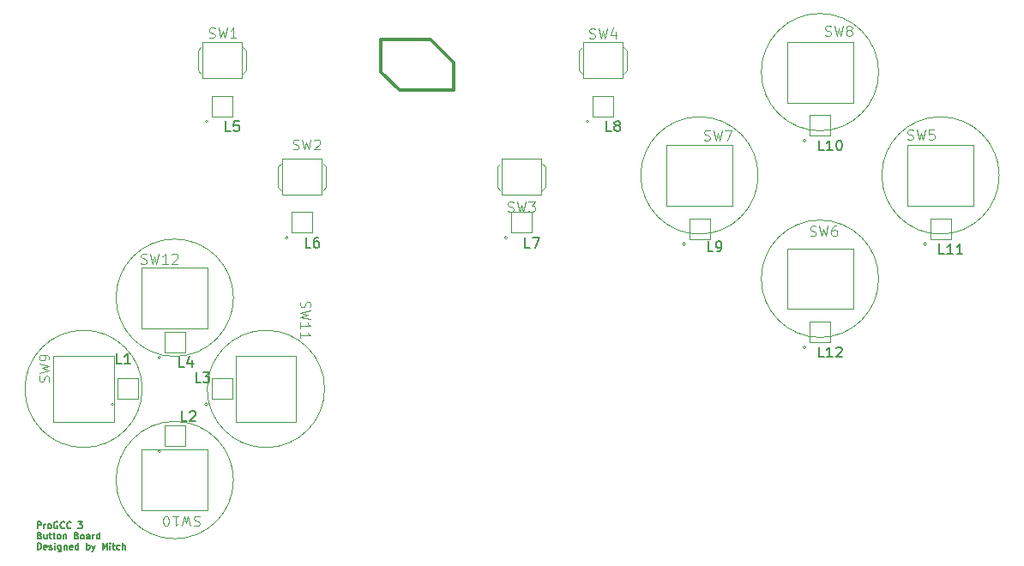
<source format=gbr>
G04 #@! TF.GenerationSoftware,KiCad,Pcbnew,7.0.6*
G04 #@! TF.CreationDate,2023-09-27T17:44:09-07:00*
G04 #@! TF.ProjectId,procon_tactile_button_board,70726f63-6f6e-45f7-9461-6374696c655f,rev?*
G04 #@! TF.SameCoordinates,Original*
G04 #@! TF.FileFunction,Legend,Top*
G04 #@! TF.FilePolarity,Positive*
%FSLAX46Y46*%
G04 Gerber Fmt 4.6, Leading zero omitted, Abs format (unit mm)*
G04 Created by KiCad (PCBNEW 7.0.6) date 2023-09-27 17:44:09*
%MOMM*%
%LPD*%
G01*
G04 APERTURE LIST*
%ADD10C,0.150000*%
%ADD11C,0.100000*%
%ADD12C,0.120000*%
%ADD13C,0.350000*%
G04 APERTURE END LIST*
D10*
X105917445Y-164189652D02*
X105917445Y-163539652D01*
X105917445Y-163539652D02*
X106165064Y-163539652D01*
X106165064Y-163539652D02*
X106226969Y-163570604D01*
X106226969Y-163570604D02*
X106257922Y-163601557D01*
X106257922Y-163601557D02*
X106288874Y-163663461D01*
X106288874Y-163663461D02*
X106288874Y-163756319D01*
X106288874Y-163756319D02*
X106257922Y-163818223D01*
X106257922Y-163818223D02*
X106226969Y-163849176D01*
X106226969Y-163849176D02*
X106165064Y-163880128D01*
X106165064Y-163880128D02*
X105917445Y-163880128D01*
X106567445Y-164189652D02*
X106567445Y-163756319D01*
X106567445Y-163880128D02*
X106598398Y-163818223D01*
X106598398Y-163818223D02*
X106629350Y-163787271D01*
X106629350Y-163787271D02*
X106691255Y-163756319D01*
X106691255Y-163756319D02*
X106753160Y-163756319D01*
X107062684Y-164189652D02*
X107000779Y-164158700D01*
X107000779Y-164158700D02*
X106969826Y-164127747D01*
X106969826Y-164127747D02*
X106938874Y-164065842D01*
X106938874Y-164065842D02*
X106938874Y-163880128D01*
X106938874Y-163880128D02*
X106969826Y-163818223D01*
X106969826Y-163818223D02*
X107000779Y-163787271D01*
X107000779Y-163787271D02*
X107062684Y-163756319D01*
X107062684Y-163756319D02*
X107155541Y-163756319D01*
X107155541Y-163756319D02*
X107217445Y-163787271D01*
X107217445Y-163787271D02*
X107248398Y-163818223D01*
X107248398Y-163818223D02*
X107279350Y-163880128D01*
X107279350Y-163880128D02*
X107279350Y-164065842D01*
X107279350Y-164065842D02*
X107248398Y-164127747D01*
X107248398Y-164127747D02*
X107217445Y-164158700D01*
X107217445Y-164158700D02*
X107155541Y-164189652D01*
X107155541Y-164189652D02*
X107062684Y-164189652D01*
X107898398Y-163570604D02*
X107836493Y-163539652D01*
X107836493Y-163539652D02*
X107743636Y-163539652D01*
X107743636Y-163539652D02*
X107650779Y-163570604D01*
X107650779Y-163570604D02*
X107588874Y-163632509D01*
X107588874Y-163632509D02*
X107557921Y-163694414D01*
X107557921Y-163694414D02*
X107526969Y-163818223D01*
X107526969Y-163818223D02*
X107526969Y-163911080D01*
X107526969Y-163911080D02*
X107557921Y-164034890D01*
X107557921Y-164034890D02*
X107588874Y-164096795D01*
X107588874Y-164096795D02*
X107650779Y-164158700D01*
X107650779Y-164158700D02*
X107743636Y-164189652D01*
X107743636Y-164189652D02*
X107805540Y-164189652D01*
X107805540Y-164189652D02*
X107898398Y-164158700D01*
X107898398Y-164158700D02*
X107929350Y-164127747D01*
X107929350Y-164127747D02*
X107929350Y-163911080D01*
X107929350Y-163911080D02*
X107805540Y-163911080D01*
X108579350Y-164127747D02*
X108548398Y-164158700D01*
X108548398Y-164158700D02*
X108455540Y-164189652D01*
X108455540Y-164189652D02*
X108393636Y-164189652D01*
X108393636Y-164189652D02*
X108300779Y-164158700D01*
X108300779Y-164158700D02*
X108238874Y-164096795D01*
X108238874Y-164096795D02*
X108207921Y-164034890D01*
X108207921Y-164034890D02*
X108176969Y-163911080D01*
X108176969Y-163911080D02*
X108176969Y-163818223D01*
X108176969Y-163818223D02*
X108207921Y-163694414D01*
X108207921Y-163694414D02*
X108238874Y-163632509D01*
X108238874Y-163632509D02*
X108300779Y-163570604D01*
X108300779Y-163570604D02*
X108393636Y-163539652D01*
X108393636Y-163539652D02*
X108455540Y-163539652D01*
X108455540Y-163539652D02*
X108548398Y-163570604D01*
X108548398Y-163570604D02*
X108579350Y-163601557D01*
X109229350Y-164127747D02*
X109198398Y-164158700D01*
X109198398Y-164158700D02*
X109105540Y-164189652D01*
X109105540Y-164189652D02*
X109043636Y-164189652D01*
X109043636Y-164189652D02*
X108950779Y-164158700D01*
X108950779Y-164158700D02*
X108888874Y-164096795D01*
X108888874Y-164096795D02*
X108857921Y-164034890D01*
X108857921Y-164034890D02*
X108826969Y-163911080D01*
X108826969Y-163911080D02*
X108826969Y-163818223D01*
X108826969Y-163818223D02*
X108857921Y-163694414D01*
X108857921Y-163694414D02*
X108888874Y-163632509D01*
X108888874Y-163632509D02*
X108950779Y-163570604D01*
X108950779Y-163570604D02*
X109043636Y-163539652D01*
X109043636Y-163539652D02*
X109105540Y-163539652D01*
X109105540Y-163539652D02*
X109198398Y-163570604D01*
X109198398Y-163570604D02*
X109229350Y-163601557D01*
X109941255Y-163539652D02*
X110343636Y-163539652D01*
X110343636Y-163539652D02*
X110126969Y-163787271D01*
X110126969Y-163787271D02*
X110219826Y-163787271D01*
X110219826Y-163787271D02*
X110281731Y-163818223D01*
X110281731Y-163818223D02*
X110312683Y-163849176D01*
X110312683Y-163849176D02*
X110343636Y-163911080D01*
X110343636Y-163911080D02*
X110343636Y-164065842D01*
X110343636Y-164065842D02*
X110312683Y-164127747D01*
X110312683Y-164127747D02*
X110281731Y-164158700D01*
X110281731Y-164158700D02*
X110219826Y-164189652D01*
X110219826Y-164189652D02*
X110034112Y-164189652D01*
X110034112Y-164189652D02*
X109972207Y-164158700D01*
X109972207Y-164158700D02*
X109941255Y-164127747D01*
X106134112Y-164895676D02*
X106226969Y-164926628D01*
X106226969Y-164926628D02*
X106257922Y-164957580D01*
X106257922Y-164957580D02*
X106288874Y-165019485D01*
X106288874Y-165019485D02*
X106288874Y-165112342D01*
X106288874Y-165112342D02*
X106257922Y-165174247D01*
X106257922Y-165174247D02*
X106226969Y-165205200D01*
X106226969Y-165205200D02*
X106165064Y-165236152D01*
X106165064Y-165236152D02*
X105917445Y-165236152D01*
X105917445Y-165236152D02*
X105917445Y-164586152D01*
X105917445Y-164586152D02*
X106134112Y-164586152D01*
X106134112Y-164586152D02*
X106196017Y-164617104D01*
X106196017Y-164617104D02*
X106226969Y-164648057D01*
X106226969Y-164648057D02*
X106257922Y-164709961D01*
X106257922Y-164709961D02*
X106257922Y-164771866D01*
X106257922Y-164771866D02*
X106226969Y-164833771D01*
X106226969Y-164833771D02*
X106196017Y-164864723D01*
X106196017Y-164864723D02*
X106134112Y-164895676D01*
X106134112Y-164895676D02*
X105917445Y-164895676D01*
X106846017Y-164802819D02*
X106846017Y-165236152D01*
X106567445Y-164802819D02*
X106567445Y-165143295D01*
X106567445Y-165143295D02*
X106598398Y-165205200D01*
X106598398Y-165205200D02*
X106660303Y-165236152D01*
X106660303Y-165236152D02*
X106753160Y-165236152D01*
X106753160Y-165236152D02*
X106815064Y-165205200D01*
X106815064Y-165205200D02*
X106846017Y-165174247D01*
X107062683Y-164802819D02*
X107310302Y-164802819D01*
X107155540Y-164586152D02*
X107155540Y-165143295D01*
X107155540Y-165143295D02*
X107186493Y-165205200D01*
X107186493Y-165205200D02*
X107248398Y-165236152D01*
X107248398Y-165236152D02*
X107310302Y-165236152D01*
X107434112Y-164802819D02*
X107681731Y-164802819D01*
X107526969Y-164586152D02*
X107526969Y-165143295D01*
X107526969Y-165143295D02*
X107557922Y-165205200D01*
X107557922Y-165205200D02*
X107619827Y-165236152D01*
X107619827Y-165236152D02*
X107681731Y-165236152D01*
X107991256Y-165236152D02*
X107929351Y-165205200D01*
X107929351Y-165205200D02*
X107898398Y-165174247D01*
X107898398Y-165174247D02*
X107867446Y-165112342D01*
X107867446Y-165112342D02*
X107867446Y-164926628D01*
X107867446Y-164926628D02*
X107898398Y-164864723D01*
X107898398Y-164864723D02*
X107929351Y-164833771D01*
X107929351Y-164833771D02*
X107991256Y-164802819D01*
X107991256Y-164802819D02*
X108084113Y-164802819D01*
X108084113Y-164802819D02*
X108146017Y-164833771D01*
X108146017Y-164833771D02*
X108176970Y-164864723D01*
X108176970Y-164864723D02*
X108207922Y-164926628D01*
X108207922Y-164926628D02*
X108207922Y-165112342D01*
X108207922Y-165112342D02*
X108176970Y-165174247D01*
X108176970Y-165174247D02*
X108146017Y-165205200D01*
X108146017Y-165205200D02*
X108084113Y-165236152D01*
X108084113Y-165236152D02*
X107991256Y-165236152D01*
X108486493Y-164802819D02*
X108486493Y-165236152D01*
X108486493Y-164864723D02*
X108517446Y-164833771D01*
X108517446Y-164833771D02*
X108579351Y-164802819D01*
X108579351Y-164802819D02*
X108672208Y-164802819D01*
X108672208Y-164802819D02*
X108734112Y-164833771D01*
X108734112Y-164833771D02*
X108765065Y-164895676D01*
X108765065Y-164895676D02*
X108765065Y-165236152D01*
X109786493Y-164895676D02*
X109879350Y-164926628D01*
X109879350Y-164926628D02*
X109910303Y-164957580D01*
X109910303Y-164957580D02*
X109941255Y-165019485D01*
X109941255Y-165019485D02*
X109941255Y-165112342D01*
X109941255Y-165112342D02*
X109910303Y-165174247D01*
X109910303Y-165174247D02*
X109879350Y-165205200D01*
X109879350Y-165205200D02*
X109817445Y-165236152D01*
X109817445Y-165236152D02*
X109569826Y-165236152D01*
X109569826Y-165236152D02*
X109569826Y-164586152D01*
X109569826Y-164586152D02*
X109786493Y-164586152D01*
X109786493Y-164586152D02*
X109848398Y-164617104D01*
X109848398Y-164617104D02*
X109879350Y-164648057D01*
X109879350Y-164648057D02*
X109910303Y-164709961D01*
X109910303Y-164709961D02*
X109910303Y-164771866D01*
X109910303Y-164771866D02*
X109879350Y-164833771D01*
X109879350Y-164833771D02*
X109848398Y-164864723D01*
X109848398Y-164864723D02*
X109786493Y-164895676D01*
X109786493Y-164895676D02*
X109569826Y-164895676D01*
X110312684Y-165236152D02*
X110250779Y-165205200D01*
X110250779Y-165205200D02*
X110219826Y-165174247D01*
X110219826Y-165174247D02*
X110188874Y-165112342D01*
X110188874Y-165112342D02*
X110188874Y-164926628D01*
X110188874Y-164926628D02*
X110219826Y-164864723D01*
X110219826Y-164864723D02*
X110250779Y-164833771D01*
X110250779Y-164833771D02*
X110312684Y-164802819D01*
X110312684Y-164802819D02*
X110405541Y-164802819D01*
X110405541Y-164802819D02*
X110467445Y-164833771D01*
X110467445Y-164833771D02*
X110498398Y-164864723D01*
X110498398Y-164864723D02*
X110529350Y-164926628D01*
X110529350Y-164926628D02*
X110529350Y-165112342D01*
X110529350Y-165112342D02*
X110498398Y-165174247D01*
X110498398Y-165174247D02*
X110467445Y-165205200D01*
X110467445Y-165205200D02*
X110405541Y-165236152D01*
X110405541Y-165236152D02*
X110312684Y-165236152D01*
X111086493Y-165236152D02*
X111086493Y-164895676D01*
X111086493Y-164895676D02*
X111055540Y-164833771D01*
X111055540Y-164833771D02*
X110993636Y-164802819D01*
X110993636Y-164802819D02*
X110869826Y-164802819D01*
X110869826Y-164802819D02*
X110807921Y-164833771D01*
X111086493Y-165205200D02*
X111024588Y-165236152D01*
X111024588Y-165236152D02*
X110869826Y-165236152D01*
X110869826Y-165236152D02*
X110807921Y-165205200D01*
X110807921Y-165205200D02*
X110776969Y-165143295D01*
X110776969Y-165143295D02*
X110776969Y-165081390D01*
X110776969Y-165081390D02*
X110807921Y-165019485D01*
X110807921Y-165019485D02*
X110869826Y-164988533D01*
X110869826Y-164988533D02*
X111024588Y-164988533D01*
X111024588Y-164988533D02*
X111086493Y-164957580D01*
X111396016Y-165236152D02*
X111396016Y-164802819D01*
X111396016Y-164926628D02*
X111426969Y-164864723D01*
X111426969Y-164864723D02*
X111457921Y-164833771D01*
X111457921Y-164833771D02*
X111519826Y-164802819D01*
X111519826Y-164802819D02*
X111581731Y-164802819D01*
X112076969Y-165236152D02*
X112076969Y-164586152D01*
X112076969Y-165205200D02*
X112015064Y-165236152D01*
X112015064Y-165236152D02*
X111891255Y-165236152D01*
X111891255Y-165236152D02*
X111829350Y-165205200D01*
X111829350Y-165205200D02*
X111798397Y-165174247D01*
X111798397Y-165174247D02*
X111767445Y-165112342D01*
X111767445Y-165112342D02*
X111767445Y-164926628D01*
X111767445Y-164926628D02*
X111798397Y-164864723D01*
X111798397Y-164864723D02*
X111829350Y-164833771D01*
X111829350Y-164833771D02*
X111891255Y-164802819D01*
X111891255Y-164802819D02*
X112015064Y-164802819D01*
X112015064Y-164802819D02*
X112076969Y-164833771D01*
X105917445Y-166282652D02*
X105917445Y-165632652D01*
X105917445Y-165632652D02*
X106072207Y-165632652D01*
X106072207Y-165632652D02*
X106165064Y-165663604D01*
X106165064Y-165663604D02*
X106226969Y-165725509D01*
X106226969Y-165725509D02*
X106257922Y-165787414D01*
X106257922Y-165787414D02*
X106288874Y-165911223D01*
X106288874Y-165911223D02*
X106288874Y-166004080D01*
X106288874Y-166004080D02*
X106257922Y-166127890D01*
X106257922Y-166127890D02*
X106226969Y-166189795D01*
X106226969Y-166189795D02*
X106165064Y-166251700D01*
X106165064Y-166251700D02*
X106072207Y-166282652D01*
X106072207Y-166282652D02*
X105917445Y-166282652D01*
X106815064Y-166251700D02*
X106753160Y-166282652D01*
X106753160Y-166282652D02*
X106629350Y-166282652D01*
X106629350Y-166282652D02*
X106567445Y-166251700D01*
X106567445Y-166251700D02*
X106536493Y-166189795D01*
X106536493Y-166189795D02*
X106536493Y-165942176D01*
X106536493Y-165942176D02*
X106567445Y-165880271D01*
X106567445Y-165880271D02*
X106629350Y-165849319D01*
X106629350Y-165849319D02*
X106753160Y-165849319D01*
X106753160Y-165849319D02*
X106815064Y-165880271D01*
X106815064Y-165880271D02*
X106846017Y-165942176D01*
X106846017Y-165942176D02*
X106846017Y-166004080D01*
X106846017Y-166004080D02*
X106536493Y-166065985D01*
X107093636Y-166251700D02*
X107155541Y-166282652D01*
X107155541Y-166282652D02*
X107279350Y-166282652D01*
X107279350Y-166282652D02*
X107341255Y-166251700D01*
X107341255Y-166251700D02*
X107372207Y-166189795D01*
X107372207Y-166189795D02*
X107372207Y-166158842D01*
X107372207Y-166158842D02*
X107341255Y-166096938D01*
X107341255Y-166096938D02*
X107279350Y-166065985D01*
X107279350Y-166065985D02*
X107186493Y-166065985D01*
X107186493Y-166065985D02*
X107124588Y-166035033D01*
X107124588Y-166035033D02*
X107093636Y-165973128D01*
X107093636Y-165973128D02*
X107093636Y-165942176D01*
X107093636Y-165942176D02*
X107124588Y-165880271D01*
X107124588Y-165880271D02*
X107186493Y-165849319D01*
X107186493Y-165849319D02*
X107279350Y-165849319D01*
X107279350Y-165849319D02*
X107341255Y-165880271D01*
X107650778Y-166282652D02*
X107650778Y-165849319D01*
X107650778Y-165632652D02*
X107619826Y-165663604D01*
X107619826Y-165663604D02*
X107650778Y-165694557D01*
X107650778Y-165694557D02*
X107681731Y-165663604D01*
X107681731Y-165663604D02*
X107650778Y-165632652D01*
X107650778Y-165632652D02*
X107650778Y-165694557D01*
X108238874Y-165849319D02*
X108238874Y-166375509D01*
X108238874Y-166375509D02*
X108207921Y-166437414D01*
X108207921Y-166437414D02*
X108176969Y-166468366D01*
X108176969Y-166468366D02*
X108115064Y-166499319D01*
X108115064Y-166499319D02*
X108022207Y-166499319D01*
X108022207Y-166499319D02*
X107960302Y-166468366D01*
X108238874Y-166251700D02*
X108176969Y-166282652D01*
X108176969Y-166282652D02*
X108053160Y-166282652D01*
X108053160Y-166282652D02*
X107991255Y-166251700D01*
X107991255Y-166251700D02*
X107960302Y-166220747D01*
X107960302Y-166220747D02*
X107929350Y-166158842D01*
X107929350Y-166158842D02*
X107929350Y-165973128D01*
X107929350Y-165973128D02*
X107960302Y-165911223D01*
X107960302Y-165911223D02*
X107991255Y-165880271D01*
X107991255Y-165880271D02*
X108053160Y-165849319D01*
X108053160Y-165849319D02*
X108176969Y-165849319D01*
X108176969Y-165849319D02*
X108238874Y-165880271D01*
X108548397Y-165849319D02*
X108548397Y-166282652D01*
X108548397Y-165911223D02*
X108579350Y-165880271D01*
X108579350Y-165880271D02*
X108641255Y-165849319D01*
X108641255Y-165849319D02*
X108734112Y-165849319D01*
X108734112Y-165849319D02*
X108796016Y-165880271D01*
X108796016Y-165880271D02*
X108826969Y-165942176D01*
X108826969Y-165942176D02*
X108826969Y-166282652D01*
X109384111Y-166251700D02*
X109322207Y-166282652D01*
X109322207Y-166282652D02*
X109198397Y-166282652D01*
X109198397Y-166282652D02*
X109136492Y-166251700D01*
X109136492Y-166251700D02*
X109105540Y-166189795D01*
X109105540Y-166189795D02*
X109105540Y-165942176D01*
X109105540Y-165942176D02*
X109136492Y-165880271D01*
X109136492Y-165880271D02*
X109198397Y-165849319D01*
X109198397Y-165849319D02*
X109322207Y-165849319D01*
X109322207Y-165849319D02*
X109384111Y-165880271D01*
X109384111Y-165880271D02*
X109415064Y-165942176D01*
X109415064Y-165942176D02*
X109415064Y-166004080D01*
X109415064Y-166004080D02*
X109105540Y-166065985D01*
X109972207Y-166282652D02*
X109972207Y-165632652D01*
X109972207Y-166251700D02*
X109910302Y-166282652D01*
X109910302Y-166282652D02*
X109786493Y-166282652D01*
X109786493Y-166282652D02*
X109724588Y-166251700D01*
X109724588Y-166251700D02*
X109693635Y-166220747D01*
X109693635Y-166220747D02*
X109662683Y-166158842D01*
X109662683Y-166158842D02*
X109662683Y-165973128D01*
X109662683Y-165973128D02*
X109693635Y-165911223D01*
X109693635Y-165911223D02*
X109724588Y-165880271D01*
X109724588Y-165880271D02*
X109786493Y-165849319D01*
X109786493Y-165849319D02*
X109910302Y-165849319D01*
X109910302Y-165849319D02*
X109972207Y-165880271D01*
X110776968Y-166282652D02*
X110776968Y-165632652D01*
X110776968Y-165880271D02*
X110838873Y-165849319D01*
X110838873Y-165849319D02*
X110962683Y-165849319D01*
X110962683Y-165849319D02*
X111024587Y-165880271D01*
X111024587Y-165880271D02*
X111055540Y-165911223D01*
X111055540Y-165911223D02*
X111086492Y-165973128D01*
X111086492Y-165973128D02*
X111086492Y-166158842D01*
X111086492Y-166158842D02*
X111055540Y-166220747D01*
X111055540Y-166220747D02*
X111024587Y-166251700D01*
X111024587Y-166251700D02*
X110962683Y-166282652D01*
X110962683Y-166282652D02*
X110838873Y-166282652D01*
X110838873Y-166282652D02*
X110776968Y-166251700D01*
X111303159Y-165849319D02*
X111457921Y-166282652D01*
X111612682Y-165849319D02*
X111457921Y-166282652D01*
X111457921Y-166282652D02*
X111396016Y-166437414D01*
X111396016Y-166437414D02*
X111365063Y-166468366D01*
X111365063Y-166468366D02*
X111303159Y-166499319D01*
X112355539Y-166282652D02*
X112355539Y-165632652D01*
X112355539Y-165632652D02*
X112572206Y-166096938D01*
X112572206Y-166096938D02*
X112788873Y-165632652D01*
X112788873Y-165632652D02*
X112788873Y-166282652D01*
X113098396Y-166282652D02*
X113098396Y-165849319D01*
X113098396Y-165632652D02*
X113067444Y-165663604D01*
X113067444Y-165663604D02*
X113098396Y-165694557D01*
X113098396Y-165694557D02*
X113129349Y-165663604D01*
X113129349Y-165663604D02*
X113098396Y-165632652D01*
X113098396Y-165632652D02*
X113098396Y-165694557D01*
X113315063Y-165849319D02*
X113562682Y-165849319D01*
X113407920Y-165632652D02*
X113407920Y-166189795D01*
X113407920Y-166189795D02*
X113438873Y-166251700D01*
X113438873Y-166251700D02*
X113500778Y-166282652D01*
X113500778Y-166282652D02*
X113562682Y-166282652D01*
X114057921Y-166251700D02*
X113996016Y-166282652D01*
X113996016Y-166282652D02*
X113872207Y-166282652D01*
X113872207Y-166282652D02*
X113810302Y-166251700D01*
X113810302Y-166251700D02*
X113779349Y-166220747D01*
X113779349Y-166220747D02*
X113748397Y-166158842D01*
X113748397Y-166158842D02*
X113748397Y-165973128D01*
X113748397Y-165973128D02*
X113779349Y-165911223D01*
X113779349Y-165911223D02*
X113810302Y-165880271D01*
X113810302Y-165880271D02*
X113872207Y-165849319D01*
X113872207Y-165849319D02*
X113996016Y-165849319D01*
X113996016Y-165849319D02*
X114057921Y-165880271D01*
X114336492Y-166282652D02*
X114336492Y-165632652D01*
X114615064Y-166282652D02*
X114615064Y-165942176D01*
X114615064Y-165942176D02*
X114584111Y-165880271D01*
X114584111Y-165880271D02*
X114522207Y-165849319D01*
X114522207Y-165849319D02*
X114429350Y-165849319D01*
X114429350Y-165849319D02*
X114367445Y-165880271D01*
X114367445Y-165880271D02*
X114336492Y-165911223D01*
D11*
X160414667Y-115776600D02*
X160557524Y-115824219D01*
X160557524Y-115824219D02*
X160795619Y-115824219D01*
X160795619Y-115824219D02*
X160890857Y-115776600D01*
X160890857Y-115776600D02*
X160938476Y-115728980D01*
X160938476Y-115728980D02*
X160986095Y-115633742D01*
X160986095Y-115633742D02*
X160986095Y-115538504D01*
X160986095Y-115538504D02*
X160938476Y-115443266D01*
X160938476Y-115443266D02*
X160890857Y-115395647D01*
X160890857Y-115395647D02*
X160795619Y-115348028D01*
X160795619Y-115348028D02*
X160605143Y-115300409D01*
X160605143Y-115300409D02*
X160509905Y-115252790D01*
X160509905Y-115252790D02*
X160462286Y-115205171D01*
X160462286Y-115205171D02*
X160414667Y-115109933D01*
X160414667Y-115109933D02*
X160414667Y-115014695D01*
X160414667Y-115014695D02*
X160462286Y-114919457D01*
X160462286Y-114919457D02*
X160509905Y-114871838D01*
X160509905Y-114871838D02*
X160605143Y-114824219D01*
X160605143Y-114824219D02*
X160843238Y-114824219D01*
X160843238Y-114824219D02*
X160986095Y-114871838D01*
X161319429Y-114824219D02*
X161557524Y-115824219D01*
X161557524Y-115824219D02*
X161748000Y-115109933D01*
X161748000Y-115109933D02*
X161938476Y-115824219D01*
X161938476Y-115824219D02*
X162176572Y-114824219D01*
X162986095Y-115157552D02*
X162986095Y-115824219D01*
X162748000Y-114776600D02*
X162509905Y-115490885D01*
X162509905Y-115490885D02*
X163128952Y-115490885D01*
X131153067Y-126749400D02*
X131295924Y-126797019D01*
X131295924Y-126797019D02*
X131534019Y-126797019D01*
X131534019Y-126797019D02*
X131629257Y-126749400D01*
X131629257Y-126749400D02*
X131676876Y-126701780D01*
X131676876Y-126701780D02*
X131724495Y-126606542D01*
X131724495Y-126606542D02*
X131724495Y-126511304D01*
X131724495Y-126511304D02*
X131676876Y-126416066D01*
X131676876Y-126416066D02*
X131629257Y-126368447D01*
X131629257Y-126368447D02*
X131534019Y-126320828D01*
X131534019Y-126320828D02*
X131343543Y-126273209D01*
X131343543Y-126273209D02*
X131248305Y-126225590D01*
X131248305Y-126225590D02*
X131200686Y-126177971D01*
X131200686Y-126177971D02*
X131153067Y-126082733D01*
X131153067Y-126082733D02*
X131153067Y-125987495D01*
X131153067Y-125987495D02*
X131200686Y-125892257D01*
X131200686Y-125892257D02*
X131248305Y-125844638D01*
X131248305Y-125844638D02*
X131343543Y-125797019D01*
X131343543Y-125797019D02*
X131581638Y-125797019D01*
X131581638Y-125797019D02*
X131724495Y-125844638D01*
X132057829Y-125797019D02*
X132295924Y-126797019D01*
X132295924Y-126797019D02*
X132486400Y-126082733D01*
X132486400Y-126082733D02*
X132676876Y-126797019D01*
X132676876Y-126797019D02*
X132914972Y-125797019D01*
X133248305Y-125892257D02*
X133295924Y-125844638D01*
X133295924Y-125844638D02*
X133391162Y-125797019D01*
X133391162Y-125797019D02*
X133629257Y-125797019D01*
X133629257Y-125797019D02*
X133724495Y-125844638D01*
X133724495Y-125844638D02*
X133772114Y-125892257D01*
X133772114Y-125892257D02*
X133819733Y-125987495D01*
X133819733Y-125987495D02*
X133819733Y-126082733D01*
X133819733Y-126082733D02*
X133772114Y-126225590D01*
X133772114Y-126225590D02*
X133200686Y-126797019D01*
X133200686Y-126797019D02*
X133819733Y-126797019D01*
D10*
X132897333Y-136472819D02*
X132421143Y-136472819D01*
X132421143Y-136472819D02*
X132421143Y-135472819D01*
X133659238Y-135472819D02*
X133468762Y-135472819D01*
X133468762Y-135472819D02*
X133373524Y-135520438D01*
X133373524Y-135520438D02*
X133325905Y-135568057D01*
X133325905Y-135568057D02*
X133230667Y-135710914D01*
X133230667Y-135710914D02*
X133183048Y-135901390D01*
X133183048Y-135901390D02*
X133183048Y-136282342D01*
X133183048Y-136282342D02*
X133230667Y-136377580D01*
X133230667Y-136377580D02*
X133278286Y-136425200D01*
X133278286Y-136425200D02*
X133373524Y-136472819D01*
X133373524Y-136472819D02*
X133564000Y-136472819D01*
X133564000Y-136472819D02*
X133659238Y-136425200D01*
X133659238Y-136425200D02*
X133706857Y-136377580D01*
X133706857Y-136377580D02*
X133754476Y-136282342D01*
X133754476Y-136282342D02*
X133754476Y-136044247D01*
X133754476Y-136044247D02*
X133706857Y-135949009D01*
X133706857Y-135949009D02*
X133659238Y-135901390D01*
X133659238Y-135901390D02*
X133564000Y-135853771D01*
X133564000Y-135853771D02*
X133373524Y-135853771D01*
X133373524Y-135853771D02*
X133278286Y-135901390D01*
X133278286Y-135901390D02*
X133230667Y-135949009D01*
X133230667Y-135949009D02*
X133183048Y-136044247D01*
D11*
X122872667Y-115725800D02*
X123015524Y-115773419D01*
X123015524Y-115773419D02*
X123253619Y-115773419D01*
X123253619Y-115773419D02*
X123348857Y-115725800D01*
X123348857Y-115725800D02*
X123396476Y-115678180D01*
X123396476Y-115678180D02*
X123444095Y-115582942D01*
X123444095Y-115582942D02*
X123444095Y-115487704D01*
X123444095Y-115487704D02*
X123396476Y-115392466D01*
X123396476Y-115392466D02*
X123348857Y-115344847D01*
X123348857Y-115344847D02*
X123253619Y-115297228D01*
X123253619Y-115297228D02*
X123063143Y-115249609D01*
X123063143Y-115249609D02*
X122967905Y-115201990D01*
X122967905Y-115201990D02*
X122920286Y-115154371D01*
X122920286Y-115154371D02*
X122872667Y-115059133D01*
X122872667Y-115059133D02*
X122872667Y-114963895D01*
X122872667Y-114963895D02*
X122920286Y-114868657D01*
X122920286Y-114868657D02*
X122967905Y-114821038D01*
X122967905Y-114821038D02*
X123063143Y-114773419D01*
X123063143Y-114773419D02*
X123301238Y-114773419D01*
X123301238Y-114773419D02*
X123444095Y-114821038D01*
X123777429Y-114773419D02*
X124015524Y-115773419D01*
X124015524Y-115773419D02*
X124206000Y-115059133D01*
X124206000Y-115059133D02*
X124396476Y-115773419D01*
X124396476Y-115773419D02*
X124634572Y-114773419D01*
X125539333Y-115773419D02*
X124967905Y-115773419D01*
X125253619Y-115773419D02*
X125253619Y-114773419D01*
X125253619Y-114773419D02*
X125158381Y-114916276D01*
X125158381Y-114916276D02*
X125063143Y-115011514D01*
X125063143Y-115011514D02*
X124967905Y-115059133D01*
D10*
X120432533Y-148232019D02*
X119956343Y-148232019D01*
X119956343Y-148232019D02*
X119956343Y-147232019D01*
X121194438Y-147565352D02*
X121194438Y-148232019D01*
X120956343Y-147184400D02*
X120718248Y-147898685D01*
X120718248Y-147898685D02*
X121337295Y-147898685D01*
X120686533Y-153616819D02*
X120210343Y-153616819D01*
X120210343Y-153616819D02*
X120210343Y-152616819D01*
X120972248Y-152712057D02*
X121019867Y-152664438D01*
X121019867Y-152664438D02*
X121115105Y-152616819D01*
X121115105Y-152616819D02*
X121353200Y-152616819D01*
X121353200Y-152616819D02*
X121448438Y-152664438D01*
X121448438Y-152664438D02*
X121496057Y-152712057D01*
X121496057Y-152712057D02*
X121543676Y-152807295D01*
X121543676Y-152807295D02*
X121543676Y-152902533D01*
X121543676Y-152902533D02*
X121496057Y-153045390D01*
X121496057Y-153045390D02*
X120924629Y-153616819D01*
X120924629Y-153616819D02*
X121543676Y-153616819D01*
X183551142Y-147282819D02*
X183074952Y-147282819D01*
X183074952Y-147282819D02*
X183074952Y-146282819D01*
X184408285Y-147282819D02*
X183836857Y-147282819D01*
X184122571Y-147282819D02*
X184122571Y-146282819D01*
X184122571Y-146282819D02*
X184027333Y-146425676D01*
X184027333Y-146425676D02*
X183932095Y-146520914D01*
X183932095Y-146520914D02*
X183836857Y-146568533D01*
X184789238Y-146378057D02*
X184836857Y-146330438D01*
X184836857Y-146330438D02*
X184932095Y-146282819D01*
X184932095Y-146282819D02*
X185170190Y-146282819D01*
X185170190Y-146282819D02*
X185265428Y-146330438D01*
X185265428Y-146330438D02*
X185313047Y-146378057D01*
X185313047Y-146378057D02*
X185360666Y-146473295D01*
X185360666Y-146473295D02*
X185360666Y-146568533D01*
X185360666Y-146568533D02*
X185313047Y-146711390D01*
X185313047Y-146711390D02*
X184741619Y-147282819D01*
X184741619Y-147282819D02*
X185360666Y-147282819D01*
X124997333Y-124972819D02*
X124521143Y-124972819D01*
X124521143Y-124972819D02*
X124521143Y-123972819D01*
X125806857Y-123972819D02*
X125330667Y-123972819D01*
X125330667Y-123972819D02*
X125283048Y-124449009D01*
X125283048Y-124449009D02*
X125330667Y-124401390D01*
X125330667Y-124401390D02*
X125425905Y-124353771D01*
X125425905Y-124353771D02*
X125664000Y-124353771D01*
X125664000Y-124353771D02*
X125759238Y-124401390D01*
X125759238Y-124401390D02*
X125806857Y-124449009D01*
X125806857Y-124449009D02*
X125854476Y-124544247D01*
X125854476Y-124544247D02*
X125854476Y-124782342D01*
X125854476Y-124782342D02*
X125806857Y-124877580D01*
X125806857Y-124877580D02*
X125759238Y-124925200D01*
X125759238Y-124925200D02*
X125664000Y-124972819D01*
X125664000Y-124972819D02*
X125425905Y-124972819D01*
X125425905Y-124972819D02*
X125330667Y-124925200D01*
X125330667Y-124925200D02*
X125283048Y-124877580D01*
X172604133Y-136852819D02*
X172127943Y-136852819D01*
X172127943Y-136852819D02*
X172127943Y-135852819D01*
X172985086Y-136852819D02*
X173175562Y-136852819D01*
X173175562Y-136852819D02*
X173270800Y-136805200D01*
X173270800Y-136805200D02*
X173318419Y-136757580D01*
X173318419Y-136757580D02*
X173413657Y-136614723D01*
X173413657Y-136614723D02*
X173461276Y-136424247D01*
X173461276Y-136424247D02*
X173461276Y-136043295D01*
X173461276Y-136043295D02*
X173413657Y-135948057D01*
X173413657Y-135948057D02*
X173366038Y-135900438D01*
X173366038Y-135900438D02*
X173270800Y-135852819D01*
X173270800Y-135852819D02*
X173080324Y-135852819D01*
X173080324Y-135852819D02*
X172985086Y-135900438D01*
X172985086Y-135900438D02*
X172937467Y-135948057D01*
X172937467Y-135948057D02*
X172889848Y-136043295D01*
X172889848Y-136043295D02*
X172889848Y-136281390D01*
X172889848Y-136281390D02*
X172937467Y-136376628D01*
X172937467Y-136376628D02*
X172985086Y-136424247D01*
X172985086Y-136424247D02*
X173080324Y-136471866D01*
X173080324Y-136471866D02*
X173270800Y-136471866D01*
X173270800Y-136471866D02*
X173366038Y-136424247D01*
X173366038Y-136424247D02*
X173413657Y-136376628D01*
X173413657Y-136376628D02*
X173461276Y-136281390D01*
D11*
X121951523Y-163013800D02*
X121808666Y-162966180D01*
X121808666Y-162966180D02*
X121570571Y-162966180D01*
X121570571Y-162966180D02*
X121475333Y-163013800D01*
X121475333Y-163013800D02*
X121427714Y-163061419D01*
X121427714Y-163061419D02*
X121380095Y-163156657D01*
X121380095Y-163156657D02*
X121380095Y-163251895D01*
X121380095Y-163251895D02*
X121427714Y-163347133D01*
X121427714Y-163347133D02*
X121475333Y-163394752D01*
X121475333Y-163394752D02*
X121570571Y-163442371D01*
X121570571Y-163442371D02*
X121761047Y-163489990D01*
X121761047Y-163489990D02*
X121856285Y-163537609D01*
X121856285Y-163537609D02*
X121903904Y-163585228D01*
X121903904Y-163585228D02*
X121951523Y-163680466D01*
X121951523Y-163680466D02*
X121951523Y-163775704D01*
X121951523Y-163775704D02*
X121903904Y-163870942D01*
X121903904Y-163870942D02*
X121856285Y-163918561D01*
X121856285Y-163918561D02*
X121761047Y-163966180D01*
X121761047Y-163966180D02*
X121522952Y-163966180D01*
X121522952Y-163966180D02*
X121380095Y-163918561D01*
X121046761Y-163966180D02*
X120808666Y-162966180D01*
X120808666Y-162966180D02*
X120618190Y-163680466D01*
X120618190Y-163680466D02*
X120427714Y-162966180D01*
X120427714Y-162966180D02*
X120189619Y-163966180D01*
X119284857Y-162966180D02*
X119856285Y-162966180D01*
X119570571Y-162966180D02*
X119570571Y-163966180D01*
X119570571Y-163966180D02*
X119665809Y-163823323D01*
X119665809Y-163823323D02*
X119761047Y-163728085D01*
X119761047Y-163728085D02*
X119856285Y-163680466D01*
X118665809Y-163966180D02*
X118570571Y-163966180D01*
X118570571Y-163966180D02*
X118475333Y-163918561D01*
X118475333Y-163918561D02*
X118427714Y-163870942D01*
X118427714Y-163870942D02*
X118380095Y-163775704D01*
X118380095Y-163775704D02*
X118332476Y-163585228D01*
X118332476Y-163585228D02*
X118332476Y-163347133D01*
X118332476Y-163347133D02*
X118380095Y-163156657D01*
X118380095Y-163156657D02*
X118427714Y-163061419D01*
X118427714Y-163061419D02*
X118475333Y-163013800D01*
X118475333Y-163013800D02*
X118570571Y-162966180D01*
X118570571Y-162966180D02*
X118665809Y-162966180D01*
X118665809Y-162966180D02*
X118761047Y-163013800D01*
X118761047Y-163013800D02*
X118808666Y-163061419D01*
X118808666Y-163061419D02*
X118856285Y-163156657D01*
X118856285Y-163156657D02*
X118903904Y-163347133D01*
X118903904Y-163347133D02*
X118903904Y-163585228D01*
X118903904Y-163585228D02*
X118856285Y-163775704D01*
X118856285Y-163775704D02*
X118808666Y-163870942D01*
X118808666Y-163870942D02*
X118761047Y-163918561D01*
X118761047Y-163918561D02*
X118665809Y-163966180D01*
D10*
X114234933Y-147927219D02*
X113758743Y-147927219D01*
X113758743Y-147927219D02*
X113758743Y-146927219D01*
X115092076Y-147927219D02*
X114520648Y-147927219D01*
X114806362Y-147927219D02*
X114806362Y-146927219D01*
X114806362Y-146927219D02*
X114711124Y-147070076D01*
X114711124Y-147070076D02*
X114615886Y-147165314D01*
X114615886Y-147165314D02*
X114520648Y-147212933D01*
X122058133Y-149806819D02*
X121581943Y-149806819D01*
X121581943Y-149806819D02*
X121581943Y-148806819D01*
X122296229Y-148806819D02*
X122915276Y-148806819D01*
X122915276Y-148806819D02*
X122581943Y-149187771D01*
X122581943Y-149187771D02*
X122724800Y-149187771D01*
X122724800Y-149187771D02*
X122820038Y-149235390D01*
X122820038Y-149235390D02*
X122867657Y-149283009D01*
X122867657Y-149283009D02*
X122915276Y-149378247D01*
X122915276Y-149378247D02*
X122915276Y-149616342D01*
X122915276Y-149616342D02*
X122867657Y-149711580D01*
X122867657Y-149711580D02*
X122820038Y-149759200D01*
X122820038Y-149759200D02*
X122724800Y-149806819D01*
X122724800Y-149806819D02*
X122439086Y-149806819D01*
X122439086Y-149806819D02*
X122343848Y-149759200D01*
X122343848Y-149759200D02*
X122296229Y-149711580D01*
X195451142Y-137082819D02*
X194974952Y-137082819D01*
X194974952Y-137082819D02*
X194974952Y-136082819D01*
X196308285Y-137082819D02*
X195736857Y-137082819D01*
X196022571Y-137082819D02*
X196022571Y-136082819D01*
X196022571Y-136082819D02*
X195927333Y-136225676D01*
X195927333Y-136225676D02*
X195832095Y-136320914D01*
X195832095Y-136320914D02*
X195736857Y-136368533D01*
X197260666Y-137082819D02*
X196689238Y-137082819D01*
X196974952Y-137082819D02*
X196974952Y-136082819D01*
X196974952Y-136082819D02*
X196879714Y-136225676D01*
X196879714Y-136225676D02*
X196784476Y-136320914D01*
X196784476Y-136320914D02*
X196689238Y-136368533D01*
X154547333Y-136472819D02*
X154071143Y-136472819D01*
X154071143Y-136472819D02*
X154071143Y-135472819D01*
X154785429Y-135472819D02*
X155452095Y-135472819D01*
X155452095Y-135472819D02*
X155023524Y-136472819D01*
D11*
X171742267Y-125835000D02*
X171885124Y-125882619D01*
X171885124Y-125882619D02*
X172123219Y-125882619D01*
X172123219Y-125882619D02*
X172218457Y-125835000D01*
X172218457Y-125835000D02*
X172266076Y-125787380D01*
X172266076Y-125787380D02*
X172313695Y-125692142D01*
X172313695Y-125692142D02*
X172313695Y-125596904D01*
X172313695Y-125596904D02*
X172266076Y-125501666D01*
X172266076Y-125501666D02*
X172218457Y-125454047D01*
X172218457Y-125454047D02*
X172123219Y-125406428D01*
X172123219Y-125406428D02*
X171932743Y-125358809D01*
X171932743Y-125358809D02*
X171837505Y-125311190D01*
X171837505Y-125311190D02*
X171789886Y-125263571D01*
X171789886Y-125263571D02*
X171742267Y-125168333D01*
X171742267Y-125168333D02*
X171742267Y-125073095D01*
X171742267Y-125073095D02*
X171789886Y-124977857D01*
X171789886Y-124977857D02*
X171837505Y-124930238D01*
X171837505Y-124930238D02*
X171932743Y-124882619D01*
X171932743Y-124882619D02*
X172170838Y-124882619D01*
X172170838Y-124882619D02*
X172313695Y-124930238D01*
X172647029Y-124882619D02*
X172885124Y-125882619D01*
X172885124Y-125882619D02*
X173075600Y-125168333D01*
X173075600Y-125168333D02*
X173266076Y-125882619D01*
X173266076Y-125882619D02*
X173504172Y-124882619D01*
X173789886Y-124882619D02*
X174456552Y-124882619D01*
X174456552Y-124882619D02*
X174027981Y-125882619D01*
D10*
X183551142Y-126882819D02*
X183074952Y-126882819D01*
X183074952Y-126882819D02*
X183074952Y-125882819D01*
X184408285Y-126882819D02*
X183836857Y-126882819D01*
X184122571Y-126882819D02*
X184122571Y-125882819D01*
X184122571Y-125882819D02*
X184027333Y-126025676D01*
X184027333Y-126025676D02*
X183932095Y-126120914D01*
X183932095Y-126120914D02*
X183836857Y-126168533D01*
X185027333Y-125882819D02*
X185122571Y-125882819D01*
X185122571Y-125882819D02*
X185217809Y-125930438D01*
X185217809Y-125930438D02*
X185265428Y-125978057D01*
X185265428Y-125978057D02*
X185313047Y-126073295D01*
X185313047Y-126073295D02*
X185360666Y-126263771D01*
X185360666Y-126263771D02*
X185360666Y-126501866D01*
X185360666Y-126501866D02*
X185313047Y-126692342D01*
X185313047Y-126692342D02*
X185265428Y-126787580D01*
X185265428Y-126787580D02*
X185217809Y-126835200D01*
X185217809Y-126835200D02*
X185122571Y-126882819D01*
X185122571Y-126882819D02*
X185027333Y-126882819D01*
X185027333Y-126882819D02*
X184932095Y-126835200D01*
X184932095Y-126835200D02*
X184884476Y-126787580D01*
X184884476Y-126787580D02*
X184836857Y-126692342D01*
X184836857Y-126692342D02*
X184789238Y-126501866D01*
X184789238Y-126501866D02*
X184789238Y-126263771D01*
X184789238Y-126263771D02*
X184836857Y-126073295D01*
X184836857Y-126073295D02*
X184884476Y-125978057D01*
X184884476Y-125978057D02*
X184932095Y-125930438D01*
X184932095Y-125930438D02*
X185027333Y-125882819D01*
D11*
X191808267Y-125784200D02*
X191951124Y-125831819D01*
X191951124Y-125831819D02*
X192189219Y-125831819D01*
X192189219Y-125831819D02*
X192284457Y-125784200D01*
X192284457Y-125784200D02*
X192332076Y-125736580D01*
X192332076Y-125736580D02*
X192379695Y-125641342D01*
X192379695Y-125641342D02*
X192379695Y-125546104D01*
X192379695Y-125546104D02*
X192332076Y-125450866D01*
X192332076Y-125450866D02*
X192284457Y-125403247D01*
X192284457Y-125403247D02*
X192189219Y-125355628D01*
X192189219Y-125355628D02*
X191998743Y-125308009D01*
X191998743Y-125308009D02*
X191903505Y-125260390D01*
X191903505Y-125260390D02*
X191855886Y-125212771D01*
X191855886Y-125212771D02*
X191808267Y-125117533D01*
X191808267Y-125117533D02*
X191808267Y-125022295D01*
X191808267Y-125022295D02*
X191855886Y-124927057D01*
X191855886Y-124927057D02*
X191903505Y-124879438D01*
X191903505Y-124879438D02*
X191998743Y-124831819D01*
X191998743Y-124831819D02*
X192236838Y-124831819D01*
X192236838Y-124831819D02*
X192379695Y-124879438D01*
X192713029Y-124831819D02*
X192951124Y-125831819D01*
X192951124Y-125831819D02*
X193141600Y-125117533D01*
X193141600Y-125117533D02*
X193332076Y-125831819D01*
X193332076Y-125831819D02*
X193570172Y-124831819D01*
X194427314Y-124831819D02*
X193951124Y-124831819D01*
X193951124Y-124831819D02*
X193903505Y-125308009D01*
X193903505Y-125308009D02*
X193951124Y-125260390D01*
X193951124Y-125260390D02*
X194046362Y-125212771D01*
X194046362Y-125212771D02*
X194284457Y-125212771D01*
X194284457Y-125212771D02*
X194379695Y-125260390D01*
X194379695Y-125260390D02*
X194427314Y-125308009D01*
X194427314Y-125308009D02*
X194474933Y-125403247D01*
X194474933Y-125403247D02*
X194474933Y-125641342D01*
X194474933Y-125641342D02*
X194427314Y-125736580D01*
X194427314Y-125736580D02*
X194379695Y-125784200D01*
X194379695Y-125784200D02*
X194284457Y-125831819D01*
X194284457Y-125831819D02*
X194046362Y-125831819D01*
X194046362Y-125831819D02*
X193951124Y-125784200D01*
X193951124Y-125784200D02*
X193903505Y-125736580D01*
X182207067Y-135283800D02*
X182349924Y-135331419D01*
X182349924Y-135331419D02*
X182588019Y-135331419D01*
X182588019Y-135331419D02*
X182683257Y-135283800D01*
X182683257Y-135283800D02*
X182730876Y-135236180D01*
X182730876Y-135236180D02*
X182778495Y-135140942D01*
X182778495Y-135140942D02*
X182778495Y-135045704D01*
X182778495Y-135045704D02*
X182730876Y-134950466D01*
X182730876Y-134950466D02*
X182683257Y-134902847D01*
X182683257Y-134902847D02*
X182588019Y-134855228D01*
X182588019Y-134855228D02*
X182397543Y-134807609D01*
X182397543Y-134807609D02*
X182302305Y-134759990D01*
X182302305Y-134759990D02*
X182254686Y-134712371D01*
X182254686Y-134712371D02*
X182207067Y-134617133D01*
X182207067Y-134617133D02*
X182207067Y-134521895D01*
X182207067Y-134521895D02*
X182254686Y-134426657D01*
X182254686Y-134426657D02*
X182302305Y-134379038D01*
X182302305Y-134379038D02*
X182397543Y-134331419D01*
X182397543Y-134331419D02*
X182635638Y-134331419D01*
X182635638Y-134331419D02*
X182778495Y-134379038D01*
X183111829Y-134331419D02*
X183349924Y-135331419D01*
X183349924Y-135331419D02*
X183540400Y-134617133D01*
X183540400Y-134617133D02*
X183730876Y-135331419D01*
X183730876Y-135331419D02*
X183968972Y-134331419D01*
X184778495Y-134331419D02*
X184588019Y-134331419D01*
X184588019Y-134331419D02*
X184492781Y-134379038D01*
X184492781Y-134379038D02*
X184445162Y-134426657D01*
X184445162Y-134426657D02*
X184349924Y-134569514D01*
X184349924Y-134569514D02*
X184302305Y-134759990D01*
X184302305Y-134759990D02*
X184302305Y-135140942D01*
X184302305Y-135140942D02*
X184349924Y-135236180D01*
X184349924Y-135236180D02*
X184397543Y-135283800D01*
X184397543Y-135283800D02*
X184492781Y-135331419D01*
X184492781Y-135331419D02*
X184683257Y-135331419D01*
X184683257Y-135331419D02*
X184778495Y-135283800D01*
X184778495Y-135283800D02*
X184826114Y-135236180D01*
X184826114Y-135236180D02*
X184873733Y-135140942D01*
X184873733Y-135140942D02*
X184873733Y-134902847D01*
X184873733Y-134902847D02*
X184826114Y-134807609D01*
X184826114Y-134807609D02*
X184778495Y-134759990D01*
X184778495Y-134759990D02*
X184683257Y-134712371D01*
X184683257Y-134712371D02*
X184492781Y-134712371D01*
X184492781Y-134712371D02*
X184397543Y-134759990D01*
X184397543Y-134759990D02*
X184349924Y-134807609D01*
X184349924Y-134807609D02*
X184302305Y-134902847D01*
X152364667Y-132893000D02*
X152507524Y-132940619D01*
X152507524Y-132940619D02*
X152745619Y-132940619D01*
X152745619Y-132940619D02*
X152840857Y-132893000D01*
X152840857Y-132893000D02*
X152888476Y-132845380D01*
X152888476Y-132845380D02*
X152936095Y-132750142D01*
X152936095Y-132750142D02*
X152936095Y-132654904D01*
X152936095Y-132654904D02*
X152888476Y-132559666D01*
X152888476Y-132559666D02*
X152840857Y-132512047D01*
X152840857Y-132512047D02*
X152745619Y-132464428D01*
X152745619Y-132464428D02*
X152555143Y-132416809D01*
X152555143Y-132416809D02*
X152459905Y-132369190D01*
X152459905Y-132369190D02*
X152412286Y-132321571D01*
X152412286Y-132321571D02*
X152364667Y-132226333D01*
X152364667Y-132226333D02*
X152364667Y-132131095D01*
X152364667Y-132131095D02*
X152412286Y-132035857D01*
X152412286Y-132035857D02*
X152459905Y-131988238D01*
X152459905Y-131988238D02*
X152555143Y-131940619D01*
X152555143Y-131940619D02*
X152793238Y-131940619D01*
X152793238Y-131940619D02*
X152936095Y-131988238D01*
X153269429Y-131940619D02*
X153507524Y-132940619D01*
X153507524Y-132940619D02*
X153698000Y-132226333D01*
X153698000Y-132226333D02*
X153888476Y-132940619D01*
X153888476Y-132940619D02*
X154126572Y-131940619D01*
X154412286Y-131940619D02*
X155031333Y-131940619D01*
X155031333Y-131940619D02*
X154698000Y-132321571D01*
X154698000Y-132321571D02*
X154840857Y-132321571D01*
X154840857Y-132321571D02*
X154936095Y-132369190D01*
X154936095Y-132369190D02*
X154983714Y-132416809D01*
X154983714Y-132416809D02*
X155031333Y-132512047D01*
X155031333Y-132512047D02*
X155031333Y-132750142D01*
X155031333Y-132750142D02*
X154983714Y-132845380D01*
X154983714Y-132845380D02*
X154936095Y-132893000D01*
X154936095Y-132893000D02*
X154840857Y-132940619D01*
X154840857Y-132940619D02*
X154555143Y-132940619D01*
X154555143Y-132940619D02*
X154459905Y-132893000D01*
X154459905Y-132893000D02*
X154412286Y-132845380D01*
D10*
X162597333Y-124972819D02*
X162121143Y-124972819D01*
X162121143Y-124972819D02*
X162121143Y-123972819D01*
X163073524Y-124401390D02*
X162978286Y-124353771D01*
X162978286Y-124353771D02*
X162930667Y-124306152D01*
X162930667Y-124306152D02*
X162883048Y-124210914D01*
X162883048Y-124210914D02*
X162883048Y-124163295D01*
X162883048Y-124163295D02*
X162930667Y-124068057D01*
X162930667Y-124068057D02*
X162978286Y-124020438D01*
X162978286Y-124020438D02*
X163073524Y-123972819D01*
X163073524Y-123972819D02*
X163264000Y-123972819D01*
X163264000Y-123972819D02*
X163359238Y-124020438D01*
X163359238Y-124020438D02*
X163406857Y-124068057D01*
X163406857Y-124068057D02*
X163454476Y-124163295D01*
X163454476Y-124163295D02*
X163454476Y-124210914D01*
X163454476Y-124210914D02*
X163406857Y-124306152D01*
X163406857Y-124306152D02*
X163359238Y-124353771D01*
X163359238Y-124353771D02*
X163264000Y-124401390D01*
X163264000Y-124401390D02*
X163073524Y-124401390D01*
X163073524Y-124401390D02*
X162978286Y-124449009D01*
X162978286Y-124449009D02*
X162930667Y-124496628D01*
X162930667Y-124496628D02*
X162883048Y-124591866D01*
X162883048Y-124591866D02*
X162883048Y-124782342D01*
X162883048Y-124782342D02*
X162930667Y-124877580D01*
X162930667Y-124877580D02*
X162978286Y-124925200D01*
X162978286Y-124925200D02*
X163073524Y-124972819D01*
X163073524Y-124972819D02*
X163264000Y-124972819D01*
X163264000Y-124972819D02*
X163359238Y-124925200D01*
X163359238Y-124925200D02*
X163406857Y-124877580D01*
X163406857Y-124877580D02*
X163454476Y-124782342D01*
X163454476Y-124782342D02*
X163454476Y-124591866D01*
X163454476Y-124591866D02*
X163406857Y-124496628D01*
X163406857Y-124496628D02*
X163359238Y-124449009D01*
X163359238Y-124449009D02*
X163264000Y-124401390D01*
D11*
X107039000Y-149720132D02*
X107086619Y-149577275D01*
X107086619Y-149577275D02*
X107086619Y-149339180D01*
X107086619Y-149339180D02*
X107039000Y-149243942D01*
X107039000Y-149243942D02*
X106991380Y-149196323D01*
X106991380Y-149196323D02*
X106896142Y-149148704D01*
X106896142Y-149148704D02*
X106800904Y-149148704D01*
X106800904Y-149148704D02*
X106705666Y-149196323D01*
X106705666Y-149196323D02*
X106658047Y-149243942D01*
X106658047Y-149243942D02*
X106610428Y-149339180D01*
X106610428Y-149339180D02*
X106562809Y-149529656D01*
X106562809Y-149529656D02*
X106515190Y-149624894D01*
X106515190Y-149624894D02*
X106467571Y-149672513D01*
X106467571Y-149672513D02*
X106372333Y-149720132D01*
X106372333Y-149720132D02*
X106277095Y-149720132D01*
X106277095Y-149720132D02*
X106181857Y-149672513D01*
X106181857Y-149672513D02*
X106134238Y-149624894D01*
X106134238Y-149624894D02*
X106086619Y-149529656D01*
X106086619Y-149529656D02*
X106086619Y-149291561D01*
X106086619Y-149291561D02*
X106134238Y-149148704D01*
X106086619Y-148815370D02*
X107086619Y-148577275D01*
X107086619Y-148577275D02*
X106372333Y-148386799D01*
X106372333Y-148386799D02*
X107086619Y-148196323D01*
X107086619Y-148196323D02*
X106086619Y-147958228D01*
X107086619Y-147529656D02*
X107086619Y-147339180D01*
X107086619Y-147339180D02*
X107039000Y-147243942D01*
X107039000Y-147243942D02*
X106991380Y-147196323D01*
X106991380Y-147196323D02*
X106848523Y-147101085D01*
X106848523Y-147101085D02*
X106658047Y-147053466D01*
X106658047Y-147053466D02*
X106277095Y-147053466D01*
X106277095Y-147053466D02*
X106181857Y-147101085D01*
X106181857Y-147101085D02*
X106134238Y-147148704D01*
X106134238Y-147148704D02*
X106086619Y-147243942D01*
X106086619Y-147243942D02*
X106086619Y-147434418D01*
X106086619Y-147434418D02*
X106134238Y-147529656D01*
X106134238Y-147529656D02*
X106181857Y-147577275D01*
X106181857Y-147577275D02*
X106277095Y-147624894D01*
X106277095Y-147624894D02*
X106515190Y-147624894D01*
X106515190Y-147624894D02*
X106610428Y-147577275D01*
X106610428Y-147577275D02*
X106658047Y-147529656D01*
X106658047Y-147529656D02*
X106705666Y-147434418D01*
X106705666Y-147434418D02*
X106705666Y-147243942D01*
X106705666Y-147243942D02*
X106658047Y-147148704D01*
X106658047Y-147148704D02*
X106610428Y-147101085D01*
X106610428Y-147101085D02*
X106515190Y-147053466D01*
X183680267Y-115522600D02*
X183823124Y-115570219D01*
X183823124Y-115570219D02*
X184061219Y-115570219D01*
X184061219Y-115570219D02*
X184156457Y-115522600D01*
X184156457Y-115522600D02*
X184204076Y-115474980D01*
X184204076Y-115474980D02*
X184251695Y-115379742D01*
X184251695Y-115379742D02*
X184251695Y-115284504D01*
X184251695Y-115284504D02*
X184204076Y-115189266D01*
X184204076Y-115189266D02*
X184156457Y-115141647D01*
X184156457Y-115141647D02*
X184061219Y-115094028D01*
X184061219Y-115094028D02*
X183870743Y-115046409D01*
X183870743Y-115046409D02*
X183775505Y-114998790D01*
X183775505Y-114998790D02*
X183727886Y-114951171D01*
X183727886Y-114951171D02*
X183680267Y-114855933D01*
X183680267Y-114855933D02*
X183680267Y-114760695D01*
X183680267Y-114760695D02*
X183727886Y-114665457D01*
X183727886Y-114665457D02*
X183775505Y-114617838D01*
X183775505Y-114617838D02*
X183870743Y-114570219D01*
X183870743Y-114570219D02*
X184108838Y-114570219D01*
X184108838Y-114570219D02*
X184251695Y-114617838D01*
X184585029Y-114570219D02*
X184823124Y-115570219D01*
X184823124Y-115570219D02*
X185013600Y-114855933D01*
X185013600Y-114855933D02*
X185204076Y-115570219D01*
X185204076Y-115570219D02*
X185442172Y-114570219D01*
X185965981Y-114998790D02*
X185870743Y-114951171D01*
X185870743Y-114951171D02*
X185823124Y-114903552D01*
X185823124Y-114903552D02*
X185775505Y-114808314D01*
X185775505Y-114808314D02*
X185775505Y-114760695D01*
X185775505Y-114760695D02*
X185823124Y-114665457D01*
X185823124Y-114665457D02*
X185870743Y-114617838D01*
X185870743Y-114617838D02*
X185965981Y-114570219D01*
X185965981Y-114570219D02*
X186156457Y-114570219D01*
X186156457Y-114570219D02*
X186251695Y-114617838D01*
X186251695Y-114617838D02*
X186299314Y-114665457D01*
X186299314Y-114665457D02*
X186346933Y-114760695D01*
X186346933Y-114760695D02*
X186346933Y-114808314D01*
X186346933Y-114808314D02*
X186299314Y-114903552D01*
X186299314Y-114903552D02*
X186251695Y-114951171D01*
X186251695Y-114951171D02*
X186156457Y-114998790D01*
X186156457Y-114998790D02*
X185965981Y-114998790D01*
X185965981Y-114998790D02*
X185870743Y-115046409D01*
X185870743Y-115046409D02*
X185823124Y-115094028D01*
X185823124Y-115094028D02*
X185775505Y-115189266D01*
X185775505Y-115189266D02*
X185775505Y-115379742D01*
X185775505Y-115379742D02*
X185823124Y-115474980D01*
X185823124Y-115474980D02*
X185870743Y-115522600D01*
X185870743Y-115522600D02*
X185965981Y-115570219D01*
X185965981Y-115570219D02*
X186156457Y-115570219D01*
X186156457Y-115570219D02*
X186251695Y-115522600D01*
X186251695Y-115522600D02*
X186299314Y-115474980D01*
X186299314Y-115474980D02*
X186346933Y-115379742D01*
X186346933Y-115379742D02*
X186346933Y-115189266D01*
X186346933Y-115189266D02*
X186299314Y-115094028D01*
X186299314Y-115094028D02*
X186251695Y-115046409D01*
X186251695Y-115046409D02*
X186156457Y-114998790D01*
X131924200Y-141802076D02*
X131876580Y-141944933D01*
X131876580Y-141944933D02*
X131876580Y-142183028D01*
X131876580Y-142183028D02*
X131924200Y-142278266D01*
X131924200Y-142278266D02*
X131971819Y-142325885D01*
X131971819Y-142325885D02*
X132067057Y-142373504D01*
X132067057Y-142373504D02*
X132162295Y-142373504D01*
X132162295Y-142373504D02*
X132257533Y-142325885D01*
X132257533Y-142325885D02*
X132305152Y-142278266D01*
X132305152Y-142278266D02*
X132352771Y-142183028D01*
X132352771Y-142183028D02*
X132400390Y-141992552D01*
X132400390Y-141992552D02*
X132448009Y-141897314D01*
X132448009Y-141897314D02*
X132495628Y-141849695D01*
X132495628Y-141849695D02*
X132590866Y-141802076D01*
X132590866Y-141802076D02*
X132686104Y-141802076D01*
X132686104Y-141802076D02*
X132781342Y-141849695D01*
X132781342Y-141849695D02*
X132828961Y-141897314D01*
X132828961Y-141897314D02*
X132876580Y-141992552D01*
X132876580Y-141992552D02*
X132876580Y-142230647D01*
X132876580Y-142230647D02*
X132828961Y-142373504D01*
X132876580Y-142706838D02*
X131876580Y-142944933D01*
X131876580Y-142944933D02*
X132590866Y-143135409D01*
X132590866Y-143135409D02*
X131876580Y-143325885D01*
X131876580Y-143325885D02*
X132876580Y-143563981D01*
X131876580Y-144468742D02*
X131876580Y-143897314D01*
X131876580Y-144183028D02*
X132876580Y-144183028D01*
X132876580Y-144183028D02*
X132733723Y-144087790D01*
X132733723Y-144087790D02*
X132638485Y-143992552D01*
X132638485Y-143992552D02*
X132590866Y-143897314D01*
X131876580Y-145421123D02*
X131876580Y-144849695D01*
X131876580Y-145135409D02*
X132876580Y-145135409D01*
X132876580Y-145135409D02*
X132733723Y-145040171D01*
X132733723Y-145040171D02*
X132638485Y-144944933D01*
X132638485Y-144944933D02*
X132590866Y-144849695D01*
X116148076Y-138027000D02*
X116290933Y-138074619D01*
X116290933Y-138074619D02*
X116529028Y-138074619D01*
X116529028Y-138074619D02*
X116624266Y-138027000D01*
X116624266Y-138027000D02*
X116671885Y-137979380D01*
X116671885Y-137979380D02*
X116719504Y-137884142D01*
X116719504Y-137884142D02*
X116719504Y-137788904D01*
X116719504Y-137788904D02*
X116671885Y-137693666D01*
X116671885Y-137693666D02*
X116624266Y-137646047D01*
X116624266Y-137646047D02*
X116529028Y-137598428D01*
X116529028Y-137598428D02*
X116338552Y-137550809D01*
X116338552Y-137550809D02*
X116243314Y-137503190D01*
X116243314Y-137503190D02*
X116195695Y-137455571D01*
X116195695Y-137455571D02*
X116148076Y-137360333D01*
X116148076Y-137360333D02*
X116148076Y-137265095D01*
X116148076Y-137265095D02*
X116195695Y-137169857D01*
X116195695Y-137169857D02*
X116243314Y-137122238D01*
X116243314Y-137122238D02*
X116338552Y-137074619D01*
X116338552Y-137074619D02*
X116576647Y-137074619D01*
X116576647Y-137074619D02*
X116719504Y-137122238D01*
X117052838Y-137074619D02*
X117290933Y-138074619D01*
X117290933Y-138074619D02*
X117481409Y-137360333D01*
X117481409Y-137360333D02*
X117671885Y-138074619D01*
X117671885Y-138074619D02*
X117909981Y-137074619D01*
X118814742Y-138074619D02*
X118243314Y-138074619D01*
X118529028Y-138074619D02*
X118529028Y-137074619D01*
X118529028Y-137074619D02*
X118433790Y-137217476D01*
X118433790Y-137217476D02*
X118338552Y-137312714D01*
X118338552Y-137312714D02*
X118243314Y-137360333D01*
X119195695Y-137169857D02*
X119243314Y-137122238D01*
X119243314Y-137122238D02*
X119338552Y-137074619D01*
X119338552Y-137074619D02*
X119576647Y-137074619D01*
X119576647Y-137074619D02*
X119671885Y-137122238D01*
X119671885Y-137122238D02*
X119719504Y-137169857D01*
X119719504Y-137169857D02*
X119767123Y-137265095D01*
X119767123Y-137265095D02*
X119767123Y-137360333D01*
X119767123Y-137360333D02*
X119719504Y-137503190D01*
X119719504Y-137503190D02*
X119148076Y-138074619D01*
X119148076Y-138074619D02*
X119767123Y-138074619D01*
X159360400Y-116986000D02*
X159360400Y-118986000D01*
X159360400Y-116986000D02*
X159674400Y-116665200D01*
X159360400Y-118986000D02*
X159674400Y-119306800D01*
X164135600Y-116986000D02*
X163821600Y-116665200D01*
X164135600Y-118986000D02*
X163821600Y-119306800D01*
X164135600Y-118986000D02*
X164135600Y-116986000D01*
X159817600Y-116208000D02*
X163678400Y-116208000D01*
X163678400Y-116208000D02*
X163678400Y-119764000D01*
X163678400Y-119764000D02*
X159817600Y-119764000D01*
X159817600Y-119764000D02*
X159817600Y-116208000D01*
X129660400Y-128486000D02*
X129660400Y-130486000D01*
X129660400Y-128486000D02*
X129974400Y-128165200D01*
X129660400Y-130486000D02*
X129974400Y-130806800D01*
X134435600Y-128486000D02*
X134121600Y-128165200D01*
X134435600Y-130486000D02*
X134121600Y-130806800D01*
X134435600Y-130486000D02*
X134435600Y-128486000D01*
X130117600Y-127708000D02*
X133978400Y-127708000D01*
X133978400Y-127708000D02*
X133978400Y-131264000D01*
X133978400Y-131264000D02*
X130117600Y-131264000D01*
X130117600Y-131264000D02*
X130117600Y-127708000D01*
D12*
X131032000Y-132970000D02*
X133064000Y-132970000D01*
X131032000Y-135002000D02*
X131032000Y-132970000D01*
X133064000Y-132970000D02*
X133064000Y-135002000D01*
X133064000Y-135002000D02*
X131032000Y-135002000D01*
X130675734Y-135510000D02*
G75*
G03*
X130675734Y-135510000I-151734J0D01*
G01*
D11*
X121760400Y-116986000D02*
X121760400Y-118986000D01*
X121760400Y-116986000D02*
X122074400Y-116665200D01*
X121760400Y-118986000D02*
X122074400Y-119306800D01*
X126535600Y-116986000D02*
X126221600Y-116665200D01*
X126535600Y-118986000D02*
X126221600Y-119306800D01*
X126535600Y-118986000D02*
X126535600Y-116986000D01*
X122217600Y-116208000D02*
X126078400Y-116208000D01*
X126078400Y-116208000D02*
X126078400Y-119764000D01*
X126078400Y-119764000D02*
X122217600Y-119764000D01*
X122217600Y-119764000D02*
X122217600Y-116208000D01*
D12*
X118462000Y-144755000D02*
X120494000Y-144755000D01*
X118462000Y-146787000D02*
X118462000Y-144755000D01*
X120494000Y-144755000D02*
X120494000Y-146787000D01*
X120494000Y-146787000D02*
X118462000Y-146787000D01*
X118105734Y-147295000D02*
G75*
G03*
X118105734Y-147295000I-151734J0D01*
G01*
X118462000Y-154055000D02*
X120494000Y-154055000D01*
X118462000Y-156087000D02*
X118462000Y-154055000D01*
X120494000Y-154055000D02*
X120494000Y-156087000D01*
X120494000Y-156087000D02*
X118462000Y-156087000D01*
X118105734Y-156595000D02*
G75*
G03*
X118105734Y-156595000I-151734J0D01*
G01*
X182162000Y-143780000D02*
X184194000Y-143780000D01*
X182162000Y-145812000D02*
X182162000Y-143780000D01*
X184194000Y-143780000D02*
X184194000Y-145812000D01*
X184194000Y-145812000D02*
X182162000Y-145812000D01*
X181805734Y-146320000D02*
G75*
G03*
X181805734Y-146320000I-151734J0D01*
G01*
X123132000Y-121470000D02*
X125164000Y-121470000D01*
X123132000Y-123502000D02*
X123132000Y-121470000D01*
X125164000Y-121470000D02*
X125164000Y-123502000D01*
X125164000Y-123502000D02*
X123132000Y-123502000D01*
X122775734Y-124010000D02*
G75*
G03*
X122775734Y-124010000I-151734J0D01*
G01*
D13*
X147051860Y-118235670D02*
X147051860Y-120938121D01*
X141652485Y-120938121D01*
X139801600Y-119112848D01*
X139801600Y-115925600D01*
X144769422Y-115925600D01*
X147051860Y-118235670D01*
D12*
X170262000Y-133580000D02*
X172294000Y-133580000D01*
X170262000Y-135612000D02*
X170262000Y-133580000D01*
X172294000Y-133580000D02*
X172294000Y-135612000D01*
X172294000Y-135612000D02*
X170262000Y-135612000D01*
X169905734Y-136120000D02*
G75*
G03*
X169905734Y-136120000I-151734J0D01*
G01*
D11*
X122728000Y-162421000D02*
X116228000Y-162421000D01*
X116228000Y-162421000D02*
X116228000Y-156421000D01*
X116228000Y-156421000D02*
X122728000Y-156421000D01*
X122728000Y-156421000D02*
X122728000Y-162421000D01*
X125271205Y-159421000D02*
G75*
G03*
X125271205Y-159421000I-5793205J0D01*
G01*
D12*
X113812000Y-149405000D02*
X115844000Y-149405000D01*
X113812000Y-151437000D02*
X113812000Y-149405000D01*
X115844000Y-149405000D02*
X115844000Y-151437000D01*
X115844000Y-151437000D02*
X113812000Y-151437000D01*
X113455734Y-151945000D02*
G75*
G03*
X113455734Y-151945000I-151734J0D01*
G01*
X123112000Y-149405000D02*
X125144000Y-149405000D01*
X123112000Y-151437000D02*
X123112000Y-149405000D01*
X125144000Y-149405000D02*
X125144000Y-151437000D01*
X125144000Y-151437000D02*
X123112000Y-151437000D01*
X122755734Y-151945000D02*
G75*
G03*
X122755734Y-151945000I-151734J0D01*
G01*
X194062000Y-133580000D02*
X196094000Y-133580000D01*
X194062000Y-135612000D02*
X194062000Y-133580000D01*
X196094000Y-133580000D02*
X196094000Y-135612000D01*
X196094000Y-135612000D02*
X194062000Y-135612000D01*
X193705734Y-136120000D02*
G75*
G03*
X193705734Y-136120000I-151734J0D01*
G01*
X152682000Y-132970000D02*
X154714000Y-132970000D01*
X152682000Y-135002000D02*
X152682000Y-132970000D01*
X154714000Y-132970000D02*
X154714000Y-135002000D01*
X154714000Y-135002000D02*
X152682000Y-135002000D01*
X152325734Y-135510000D02*
G75*
G03*
X152325734Y-135510000I-151734J0D01*
G01*
D11*
X168028000Y-126346000D02*
X174528000Y-126346000D01*
X174528000Y-126346000D02*
X174528000Y-132346000D01*
X174528000Y-132346000D02*
X168028000Y-132346000D01*
X168028000Y-132346000D02*
X168028000Y-126346000D01*
X177071205Y-129346000D02*
G75*
G03*
X177071205Y-129346000I-5793205J0D01*
G01*
D12*
X182162000Y-123380000D02*
X184194000Y-123380000D01*
X182162000Y-125412000D02*
X182162000Y-123380000D01*
X184194000Y-123380000D02*
X184194000Y-125412000D01*
X184194000Y-125412000D02*
X182162000Y-125412000D01*
X181805734Y-125920000D02*
G75*
G03*
X181805734Y-125920000I-151734J0D01*
G01*
D11*
X191828000Y-126346000D02*
X198328000Y-126346000D01*
X198328000Y-126346000D02*
X198328000Y-132346000D01*
X198328000Y-132346000D02*
X191828000Y-132346000D01*
X191828000Y-132346000D02*
X191828000Y-126346000D01*
X200871205Y-129346000D02*
G75*
G03*
X200871205Y-129346000I-5793205J0D01*
G01*
X179928000Y-136546000D02*
X186428000Y-136546000D01*
X186428000Y-136546000D02*
X186428000Y-142546000D01*
X186428000Y-142546000D02*
X179928000Y-142546000D01*
X179928000Y-142546000D02*
X179928000Y-136546000D01*
X188971205Y-139546000D02*
G75*
G03*
X188971205Y-139546000I-5793205J0D01*
G01*
X151310400Y-128486000D02*
X151310400Y-130486000D01*
X151310400Y-128486000D02*
X151624400Y-128165200D01*
X151310400Y-130486000D02*
X151624400Y-130806800D01*
X156085600Y-128486000D02*
X155771600Y-128165200D01*
X156085600Y-130486000D02*
X155771600Y-130806800D01*
X156085600Y-130486000D02*
X156085600Y-128486000D01*
X151767600Y-127708000D02*
X155628400Y-127708000D01*
X155628400Y-127708000D02*
X155628400Y-131264000D01*
X155628400Y-131264000D02*
X151767600Y-131264000D01*
X151767600Y-131264000D02*
X151767600Y-127708000D01*
D12*
X160732000Y-121470000D02*
X162764000Y-121470000D01*
X160732000Y-123502000D02*
X160732000Y-121470000D01*
X162764000Y-121470000D02*
X162764000Y-123502000D01*
X162764000Y-123502000D02*
X160732000Y-123502000D01*
X160375734Y-124010000D02*
G75*
G03*
X160375734Y-124010000I-151734J0D01*
G01*
D11*
X107478000Y-153671000D02*
X113478000Y-153671000D01*
X113478000Y-153671000D02*
X113478000Y-147171000D01*
X113478000Y-147171000D02*
X107478000Y-147171000D01*
X107478000Y-147171000D02*
X107478000Y-153671000D01*
X116271205Y-150421000D02*
G75*
G03*
X116271205Y-150421000I-5793205J0D01*
G01*
X179928000Y-116146000D02*
X186428000Y-116146000D01*
X186428000Y-116146000D02*
X186428000Y-122146000D01*
X186428000Y-122146000D02*
X179928000Y-122146000D01*
X179928000Y-122146000D02*
X179928000Y-116146000D01*
X188971205Y-119146000D02*
G75*
G03*
X188971205Y-119146000I-5793205J0D01*
G01*
X131478000Y-147171000D02*
X125478000Y-147171000D01*
X125478000Y-147171000D02*
X125478000Y-153671000D01*
X125478000Y-153671000D02*
X131478000Y-153671000D01*
X131478000Y-153671000D02*
X131478000Y-147171000D01*
X134271205Y-150421000D02*
G75*
G03*
X134271205Y-150421000I-5793205J0D01*
G01*
X116228000Y-138421000D02*
X122728000Y-138421000D01*
X122728000Y-138421000D02*
X122728000Y-144421000D01*
X122728000Y-144421000D02*
X116228000Y-144421000D01*
X116228000Y-144421000D02*
X116228000Y-138421000D01*
X125271205Y-141421000D02*
G75*
G03*
X125271205Y-141421000I-5793205J0D01*
G01*
M02*

</source>
